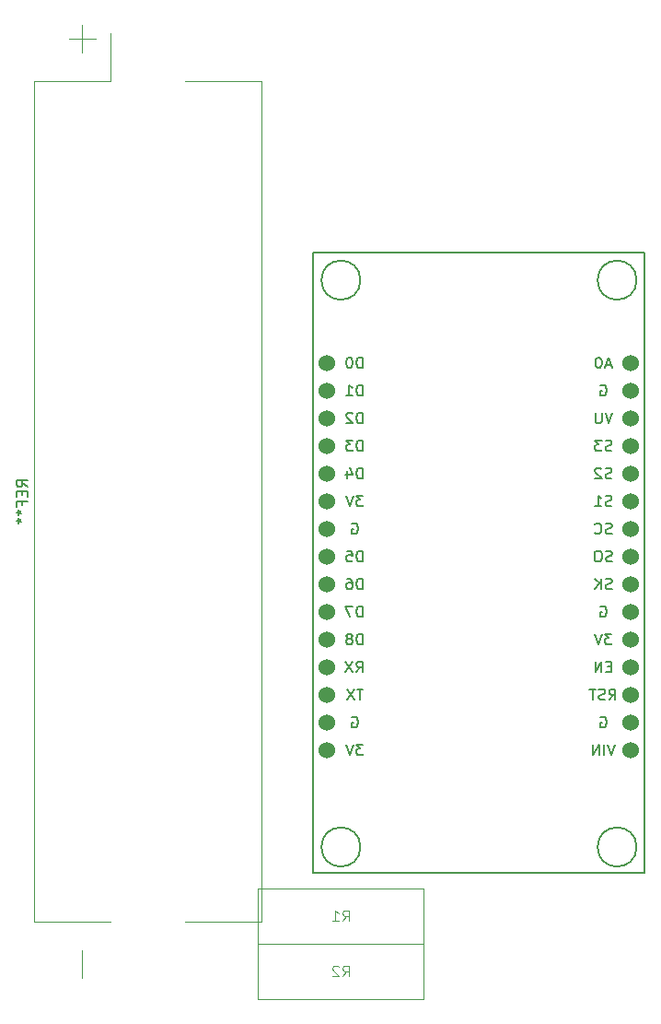
<source format=gbr>
%TF.GenerationSoftware,KiCad,Pcbnew,7.0.9+dfsg-1*%
%TF.CreationDate,2023-11-29T16:22:22+07:00*%
%TF.ProjectId,wifitools,77696669-746f-46f6-9c73-2e6b69636164,rev?*%
%TF.SameCoordinates,Original*%
%TF.FileFunction,Legend,Bot*%
%TF.FilePolarity,Positive*%
%FSLAX46Y46*%
G04 Gerber Fmt 4.6, Leading zero omitted, Abs format (unit mm)*
G04 Created by KiCad (PCBNEW 7.0.9+dfsg-1) date 2023-11-29 16:22:22*
%MOMM*%
%LPD*%
G01*
G04 APERTURE LIST*
%ADD10C,0.150000*%
%ADD11C,0.100000*%
%ADD12C,0.120000*%
%ADD13C,1.524000*%
G04 APERTURE END LIST*
D10*
X167155713Y-102007200D02*
X167012856Y-102054819D01*
X167012856Y-102054819D02*
X166774761Y-102054819D01*
X166774761Y-102054819D02*
X166679523Y-102007200D01*
X166679523Y-102007200D02*
X166631904Y-101959580D01*
X166631904Y-101959580D02*
X166584285Y-101864342D01*
X166584285Y-101864342D02*
X166584285Y-101769104D01*
X166584285Y-101769104D02*
X166631904Y-101673866D01*
X166631904Y-101673866D02*
X166679523Y-101626247D01*
X166679523Y-101626247D02*
X166774761Y-101578628D01*
X166774761Y-101578628D02*
X166965237Y-101531009D01*
X166965237Y-101531009D02*
X167060475Y-101483390D01*
X167060475Y-101483390D02*
X167108094Y-101435771D01*
X167108094Y-101435771D02*
X167155713Y-101340533D01*
X167155713Y-101340533D02*
X167155713Y-101245295D01*
X167155713Y-101245295D02*
X167108094Y-101150057D01*
X167108094Y-101150057D02*
X167060475Y-101102438D01*
X167060475Y-101102438D02*
X166965237Y-101054819D01*
X166965237Y-101054819D02*
X166727142Y-101054819D01*
X166727142Y-101054819D02*
X166584285Y-101102438D01*
X165584285Y-101959580D02*
X165631904Y-102007200D01*
X165631904Y-102007200D02*
X165774761Y-102054819D01*
X165774761Y-102054819D02*
X165869999Y-102054819D01*
X165869999Y-102054819D02*
X166012856Y-102007200D01*
X166012856Y-102007200D02*
X166108094Y-101911961D01*
X166108094Y-101911961D02*
X166155713Y-101816723D01*
X166155713Y-101816723D02*
X166203332Y-101626247D01*
X166203332Y-101626247D02*
X166203332Y-101483390D01*
X166203332Y-101483390D02*
X166155713Y-101292914D01*
X166155713Y-101292914D02*
X166108094Y-101197676D01*
X166108094Y-101197676D02*
X166012856Y-101102438D01*
X166012856Y-101102438D02*
X165869999Y-101054819D01*
X165869999Y-101054819D02*
X165774761Y-101054819D01*
X165774761Y-101054819D02*
X165631904Y-101102438D01*
X165631904Y-101102438D02*
X165584285Y-101150057D01*
X167227142Y-90894819D02*
X166893809Y-91894819D01*
X166893809Y-91894819D02*
X166560476Y-90894819D01*
X166227142Y-90894819D02*
X166227142Y-91704342D01*
X166227142Y-91704342D02*
X166179523Y-91799580D01*
X166179523Y-91799580D02*
X166131904Y-91847200D01*
X166131904Y-91847200D02*
X166036666Y-91894819D01*
X166036666Y-91894819D02*
X165846190Y-91894819D01*
X165846190Y-91894819D02*
X165750952Y-91847200D01*
X165750952Y-91847200D02*
X165703333Y-91799580D01*
X165703333Y-91799580D02*
X165655714Y-91704342D01*
X165655714Y-91704342D02*
X165655714Y-90894819D01*
X144248094Y-107134819D02*
X144248094Y-106134819D01*
X144248094Y-106134819D02*
X144009999Y-106134819D01*
X144009999Y-106134819D02*
X143867142Y-106182438D01*
X143867142Y-106182438D02*
X143771904Y-106277676D01*
X143771904Y-106277676D02*
X143724285Y-106372914D01*
X143724285Y-106372914D02*
X143676666Y-106563390D01*
X143676666Y-106563390D02*
X143676666Y-106706247D01*
X143676666Y-106706247D02*
X143724285Y-106896723D01*
X143724285Y-106896723D02*
X143771904Y-106991961D01*
X143771904Y-106991961D02*
X143867142Y-107087200D01*
X143867142Y-107087200D02*
X144009999Y-107134819D01*
X144009999Y-107134819D02*
X144248094Y-107134819D01*
X142819523Y-106134819D02*
X143009999Y-106134819D01*
X143009999Y-106134819D02*
X143105237Y-106182438D01*
X143105237Y-106182438D02*
X143152856Y-106230057D01*
X143152856Y-106230057D02*
X143248094Y-106372914D01*
X143248094Y-106372914D02*
X143295713Y-106563390D01*
X143295713Y-106563390D02*
X143295713Y-106944342D01*
X143295713Y-106944342D02*
X143248094Y-107039580D01*
X143248094Y-107039580D02*
X143200475Y-107087200D01*
X143200475Y-107087200D02*
X143105237Y-107134819D01*
X143105237Y-107134819D02*
X142914761Y-107134819D01*
X142914761Y-107134819D02*
X142819523Y-107087200D01*
X142819523Y-107087200D02*
X142771904Y-107039580D01*
X142771904Y-107039580D02*
X142724285Y-106944342D01*
X142724285Y-106944342D02*
X142724285Y-106706247D01*
X142724285Y-106706247D02*
X142771904Y-106611009D01*
X142771904Y-106611009D02*
X142819523Y-106563390D01*
X142819523Y-106563390D02*
X142914761Y-106515771D01*
X142914761Y-106515771D02*
X143105237Y-106515771D01*
X143105237Y-106515771D02*
X143200475Y-106563390D01*
X143200475Y-106563390D02*
X143248094Y-106611009D01*
X143248094Y-106611009D02*
X143295713Y-106706247D01*
X144248094Y-91894819D02*
X144248094Y-90894819D01*
X144248094Y-90894819D02*
X144009999Y-90894819D01*
X144009999Y-90894819D02*
X143867142Y-90942438D01*
X143867142Y-90942438D02*
X143771904Y-91037676D01*
X143771904Y-91037676D02*
X143724285Y-91132914D01*
X143724285Y-91132914D02*
X143676666Y-91323390D01*
X143676666Y-91323390D02*
X143676666Y-91466247D01*
X143676666Y-91466247D02*
X143724285Y-91656723D01*
X143724285Y-91656723D02*
X143771904Y-91751961D01*
X143771904Y-91751961D02*
X143867142Y-91847200D01*
X143867142Y-91847200D02*
X144009999Y-91894819D01*
X144009999Y-91894819D02*
X144248094Y-91894819D01*
X143295713Y-90990057D02*
X143248094Y-90942438D01*
X143248094Y-90942438D02*
X143152856Y-90894819D01*
X143152856Y-90894819D02*
X142914761Y-90894819D01*
X142914761Y-90894819D02*
X142819523Y-90942438D01*
X142819523Y-90942438D02*
X142771904Y-90990057D01*
X142771904Y-90990057D02*
X142724285Y-91085295D01*
X142724285Y-91085295D02*
X142724285Y-91180533D01*
X142724285Y-91180533D02*
X142771904Y-91323390D01*
X142771904Y-91323390D02*
X143343332Y-91894819D01*
X143343332Y-91894819D02*
X142724285Y-91894819D01*
X166108095Y-88402438D02*
X166203333Y-88354819D01*
X166203333Y-88354819D02*
X166346190Y-88354819D01*
X166346190Y-88354819D02*
X166489047Y-88402438D01*
X166489047Y-88402438D02*
X166584285Y-88497676D01*
X166584285Y-88497676D02*
X166631904Y-88592914D01*
X166631904Y-88592914D02*
X166679523Y-88783390D01*
X166679523Y-88783390D02*
X166679523Y-88926247D01*
X166679523Y-88926247D02*
X166631904Y-89116723D01*
X166631904Y-89116723D02*
X166584285Y-89211961D01*
X166584285Y-89211961D02*
X166489047Y-89307200D01*
X166489047Y-89307200D02*
X166346190Y-89354819D01*
X166346190Y-89354819D02*
X166250952Y-89354819D01*
X166250952Y-89354819D02*
X166108095Y-89307200D01*
X166108095Y-89307200D02*
X166060476Y-89259580D01*
X166060476Y-89259580D02*
X166060476Y-88926247D01*
X166060476Y-88926247D02*
X166250952Y-88926247D01*
X167179523Y-104547200D02*
X167036666Y-104594819D01*
X167036666Y-104594819D02*
X166798571Y-104594819D01*
X166798571Y-104594819D02*
X166703333Y-104547200D01*
X166703333Y-104547200D02*
X166655714Y-104499580D01*
X166655714Y-104499580D02*
X166608095Y-104404342D01*
X166608095Y-104404342D02*
X166608095Y-104309104D01*
X166608095Y-104309104D02*
X166655714Y-104213866D01*
X166655714Y-104213866D02*
X166703333Y-104166247D01*
X166703333Y-104166247D02*
X166798571Y-104118628D01*
X166798571Y-104118628D02*
X166989047Y-104071009D01*
X166989047Y-104071009D02*
X167084285Y-104023390D01*
X167084285Y-104023390D02*
X167131904Y-103975771D01*
X167131904Y-103975771D02*
X167179523Y-103880533D01*
X167179523Y-103880533D02*
X167179523Y-103785295D01*
X167179523Y-103785295D02*
X167131904Y-103690057D01*
X167131904Y-103690057D02*
X167084285Y-103642438D01*
X167084285Y-103642438D02*
X166989047Y-103594819D01*
X166989047Y-103594819D02*
X166750952Y-103594819D01*
X166750952Y-103594819D02*
X166608095Y-103642438D01*
X165989047Y-103594819D02*
X165798571Y-103594819D01*
X165798571Y-103594819D02*
X165703333Y-103642438D01*
X165703333Y-103642438D02*
X165608095Y-103737676D01*
X165608095Y-103737676D02*
X165560476Y-103928152D01*
X165560476Y-103928152D02*
X165560476Y-104261485D01*
X165560476Y-104261485D02*
X165608095Y-104451961D01*
X165608095Y-104451961D02*
X165703333Y-104547200D01*
X165703333Y-104547200D02*
X165798571Y-104594819D01*
X165798571Y-104594819D02*
X165989047Y-104594819D01*
X165989047Y-104594819D02*
X166084285Y-104547200D01*
X166084285Y-104547200D02*
X166179523Y-104451961D01*
X166179523Y-104451961D02*
X166227142Y-104261485D01*
X166227142Y-104261485D02*
X166227142Y-103928152D01*
X166227142Y-103928152D02*
X166179523Y-103737676D01*
X166179523Y-103737676D02*
X166084285Y-103642438D01*
X166084285Y-103642438D02*
X165989047Y-103594819D01*
X144248094Y-112214819D02*
X144248094Y-111214819D01*
X144248094Y-111214819D02*
X144009999Y-111214819D01*
X144009999Y-111214819D02*
X143867142Y-111262438D01*
X143867142Y-111262438D02*
X143771904Y-111357676D01*
X143771904Y-111357676D02*
X143724285Y-111452914D01*
X143724285Y-111452914D02*
X143676666Y-111643390D01*
X143676666Y-111643390D02*
X143676666Y-111786247D01*
X143676666Y-111786247D02*
X143724285Y-111976723D01*
X143724285Y-111976723D02*
X143771904Y-112071961D01*
X143771904Y-112071961D02*
X143867142Y-112167200D01*
X143867142Y-112167200D02*
X144009999Y-112214819D01*
X144009999Y-112214819D02*
X144248094Y-112214819D01*
X143105237Y-111643390D02*
X143200475Y-111595771D01*
X143200475Y-111595771D02*
X143248094Y-111548152D01*
X143248094Y-111548152D02*
X143295713Y-111452914D01*
X143295713Y-111452914D02*
X143295713Y-111405295D01*
X143295713Y-111405295D02*
X143248094Y-111310057D01*
X143248094Y-111310057D02*
X143200475Y-111262438D01*
X143200475Y-111262438D02*
X143105237Y-111214819D01*
X143105237Y-111214819D02*
X142914761Y-111214819D01*
X142914761Y-111214819D02*
X142819523Y-111262438D01*
X142819523Y-111262438D02*
X142771904Y-111310057D01*
X142771904Y-111310057D02*
X142724285Y-111405295D01*
X142724285Y-111405295D02*
X142724285Y-111452914D01*
X142724285Y-111452914D02*
X142771904Y-111548152D01*
X142771904Y-111548152D02*
X142819523Y-111595771D01*
X142819523Y-111595771D02*
X142914761Y-111643390D01*
X142914761Y-111643390D02*
X143105237Y-111643390D01*
X143105237Y-111643390D02*
X143200475Y-111691009D01*
X143200475Y-111691009D02*
X143248094Y-111738628D01*
X143248094Y-111738628D02*
X143295713Y-111833866D01*
X143295713Y-111833866D02*
X143295713Y-112024342D01*
X143295713Y-112024342D02*
X143248094Y-112119580D01*
X143248094Y-112119580D02*
X143200475Y-112167200D01*
X143200475Y-112167200D02*
X143105237Y-112214819D01*
X143105237Y-112214819D02*
X142914761Y-112214819D01*
X142914761Y-112214819D02*
X142819523Y-112167200D01*
X142819523Y-112167200D02*
X142771904Y-112119580D01*
X142771904Y-112119580D02*
X142724285Y-112024342D01*
X142724285Y-112024342D02*
X142724285Y-111833866D01*
X142724285Y-111833866D02*
X142771904Y-111738628D01*
X142771904Y-111738628D02*
X142819523Y-111691009D01*
X142819523Y-111691009D02*
X142914761Y-111643390D01*
X144248094Y-109674819D02*
X144248094Y-108674819D01*
X144248094Y-108674819D02*
X144009999Y-108674819D01*
X144009999Y-108674819D02*
X143867142Y-108722438D01*
X143867142Y-108722438D02*
X143771904Y-108817676D01*
X143771904Y-108817676D02*
X143724285Y-108912914D01*
X143724285Y-108912914D02*
X143676666Y-109103390D01*
X143676666Y-109103390D02*
X143676666Y-109246247D01*
X143676666Y-109246247D02*
X143724285Y-109436723D01*
X143724285Y-109436723D02*
X143771904Y-109531961D01*
X143771904Y-109531961D02*
X143867142Y-109627200D01*
X143867142Y-109627200D02*
X144009999Y-109674819D01*
X144009999Y-109674819D02*
X144248094Y-109674819D01*
X143343332Y-108674819D02*
X142676666Y-108674819D01*
X142676666Y-108674819D02*
X143105237Y-109674819D01*
X167155713Y-107087200D02*
X167012856Y-107134819D01*
X167012856Y-107134819D02*
X166774761Y-107134819D01*
X166774761Y-107134819D02*
X166679523Y-107087200D01*
X166679523Y-107087200D02*
X166631904Y-107039580D01*
X166631904Y-107039580D02*
X166584285Y-106944342D01*
X166584285Y-106944342D02*
X166584285Y-106849104D01*
X166584285Y-106849104D02*
X166631904Y-106753866D01*
X166631904Y-106753866D02*
X166679523Y-106706247D01*
X166679523Y-106706247D02*
X166774761Y-106658628D01*
X166774761Y-106658628D02*
X166965237Y-106611009D01*
X166965237Y-106611009D02*
X167060475Y-106563390D01*
X167060475Y-106563390D02*
X167108094Y-106515771D01*
X167108094Y-106515771D02*
X167155713Y-106420533D01*
X167155713Y-106420533D02*
X167155713Y-106325295D01*
X167155713Y-106325295D02*
X167108094Y-106230057D01*
X167108094Y-106230057D02*
X167060475Y-106182438D01*
X167060475Y-106182438D02*
X166965237Y-106134819D01*
X166965237Y-106134819D02*
X166727142Y-106134819D01*
X166727142Y-106134819D02*
X166584285Y-106182438D01*
X166155713Y-107134819D02*
X166155713Y-106134819D01*
X165584285Y-107134819D02*
X166012856Y-106563390D01*
X165584285Y-106134819D02*
X166155713Y-106706247D01*
X144248094Y-96974819D02*
X144248094Y-95974819D01*
X144248094Y-95974819D02*
X144009999Y-95974819D01*
X144009999Y-95974819D02*
X143867142Y-96022438D01*
X143867142Y-96022438D02*
X143771904Y-96117676D01*
X143771904Y-96117676D02*
X143724285Y-96212914D01*
X143724285Y-96212914D02*
X143676666Y-96403390D01*
X143676666Y-96403390D02*
X143676666Y-96546247D01*
X143676666Y-96546247D02*
X143724285Y-96736723D01*
X143724285Y-96736723D02*
X143771904Y-96831961D01*
X143771904Y-96831961D02*
X143867142Y-96927200D01*
X143867142Y-96927200D02*
X144009999Y-96974819D01*
X144009999Y-96974819D02*
X144248094Y-96974819D01*
X142819523Y-96308152D02*
X142819523Y-96974819D01*
X143057618Y-95927200D02*
X143295713Y-96641485D01*
X143295713Y-96641485D02*
X142676666Y-96641485D01*
X144248094Y-104594819D02*
X144248094Y-103594819D01*
X144248094Y-103594819D02*
X144009999Y-103594819D01*
X144009999Y-103594819D02*
X143867142Y-103642438D01*
X143867142Y-103642438D02*
X143771904Y-103737676D01*
X143771904Y-103737676D02*
X143724285Y-103832914D01*
X143724285Y-103832914D02*
X143676666Y-104023390D01*
X143676666Y-104023390D02*
X143676666Y-104166247D01*
X143676666Y-104166247D02*
X143724285Y-104356723D01*
X143724285Y-104356723D02*
X143771904Y-104451961D01*
X143771904Y-104451961D02*
X143867142Y-104547200D01*
X143867142Y-104547200D02*
X144009999Y-104594819D01*
X144009999Y-104594819D02*
X144248094Y-104594819D01*
X142771904Y-103594819D02*
X143248094Y-103594819D01*
X143248094Y-103594819D02*
X143295713Y-104071009D01*
X143295713Y-104071009D02*
X143248094Y-104023390D01*
X143248094Y-104023390D02*
X143152856Y-103975771D01*
X143152856Y-103975771D02*
X142914761Y-103975771D01*
X142914761Y-103975771D02*
X142819523Y-104023390D01*
X142819523Y-104023390D02*
X142771904Y-104071009D01*
X142771904Y-104071009D02*
X142724285Y-104166247D01*
X142724285Y-104166247D02*
X142724285Y-104404342D01*
X142724285Y-104404342D02*
X142771904Y-104499580D01*
X142771904Y-104499580D02*
X142819523Y-104547200D01*
X142819523Y-104547200D02*
X142914761Y-104594819D01*
X142914761Y-104594819D02*
X143152856Y-104594819D01*
X143152856Y-104594819D02*
X143248094Y-104547200D01*
X143248094Y-104547200D02*
X143295713Y-104499580D01*
X144271904Y-116294819D02*
X143700476Y-116294819D01*
X143986190Y-117294819D02*
X143986190Y-116294819D01*
X143462380Y-116294819D02*
X142795714Y-117294819D01*
X142795714Y-116294819D02*
X143462380Y-117294819D01*
X144271904Y-98514819D02*
X143652857Y-98514819D01*
X143652857Y-98514819D02*
X143986190Y-98895771D01*
X143986190Y-98895771D02*
X143843333Y-98895771D01*
X143843333Y-98895771D02*
X143748095Y-98943390D01*
X143748095Y-98943390D02*
X143700476Y-98991009D01*
X143700476Y-98991009D02*
X143652857Y-99086247D01*
X143652857Y-99086247D02*
X143652857Y-99324342D01*
X143652857Y-99324342D02*
X143700476Y-99419580D01*
X143700476Y-99419580D02*
X143748095Y-99467200D01*
X143748095Y-99467200D02*
X143843333Y-99514819D01*
X143843333Y-99514819D02*
X144129047Y-99514819D01*
X144129047Y-99514819D02*
X144224285Y-99467200D01*
X144224285Y-99467200D02*
X144271904Y-99419580D01*
X143367142Y-98514819D02*
X143033809Y-99514819D01*
X143033809Y-99514819D02*
X142700476Y-98514819D01*
X144248094Y-94434819D02*
X144248094Y-93434819D01*
X144248094Y-93434819D02*
X144009999Y-93434819D01*
X144009999Y-93434819D02*
X143867142Y-93482438D01*
X143867142Y-93482438D02*
X143771904Y-93577676D01*
X143771904Y-93577676D02*
X143724285Y-93672914D01*
X143724285Y-93672914D02*
X143676666Y-93863390D01*
X143676666Y-93863390D02*
X143676666Y-94006247D01*
X143676666Y-94006247D02*
X143724285Y-94196723D01*
X143724285Y-94196723D02*
X143771904Y-94291961D01*
X143771904Y-94291961D02*
X143867142Y-94387200D01*
X143867142Y-94387200D02*
X144009999Y-94434819D01*
X144009999Y-94434819D02*
X144248094Y-94434819D01*
X143343332Y-93434819D02*
X142724285Y-93434819D01*
X142724285Y-93434819D02*
X143057618Y-93815771D01*
X143057618Y-93815771D02*
X142914761Y-93815771D01*
X142914761Y-93815771D02*
X142819523Y-93863390D01*
X142819523Y-93863390D02*
X142771904Y-93911009D01*
X142771904Y-93911009D02*
X142724285Y-94006247D01*
X142724285Y-94006247D02*
X142724285Y-94244342D01*
X142724285Y-94244342D02*
X142771904Y-94339580D01*
X142771904Y-94339580D02*
X142819523Y-94387200D01*
X142819523Y-94387200D02*
X142914761Y-94434819D01*
X142914761Y-94434819D02*
X143200475Y-94434819D01*
X143200475Y-94434819D02*
X143295713Y-94387200D01*
X143295713Y-94387200D02*
X143343332Y-94339580D01*
X167131904Y-111214819D02*
X166512857Y-111214819D01*
X166512857Y-111214819D02*
X166846190Y-111595771D01*
X166846190Y-111595771D02*
X166703333Y-111595771D01*
X166703333Y-111595771D02*
X166608095Y-111643390D01*
X166608095Y-111643390D02*
X166560476Y-111691009D01*
X166560476Y-111691009D02*
X166512857Y-111786247D01*
X166512857Y-111786247D02*
X166512857Y-112024342D01*
X166512857Y-112024342D02*
X166560476Y-112119580D01*
X166560476Y-112119580D02*
X166608095Y-112167200D01*
X166608095Y-112167200D02*
X166703333Y-112214819D01*
X166703333Y-112214819D02*
X166989047Y-112214819D01*
X166989047Y-112214819D02*
X167084285Y-112167200D01*
X167084285Y-112167200D02*
X167131904Y-112119580D01*
X166227142Y-111214819D02*
X165893809Y-112214819D01*
X165893809Y-112214819D02*
X165560476Y-111214819D01*
X167084285Y-86529104D02*
X166608095Y-86529104D01*
X167179523Y-86814819D02*
X166846190Y-85814819D01*
X166846190Y-85814819D02*
X166512857Y-86814819D01*
X165989047Y-85814819D02*
X165893809Y-85814819D01*
X165893809Y-85814819D02*
X165798571Y-85862438D01*
X165798571Y-85862438D02*
X165750952Y-85910057D01*
X165750952Y-85910057D02*
X165703333Y-86005295D01*
X165703333Y-86005295D02*
X165655714Y-86195771D01*
X165655714Y-86195771D02*
X165655714Y-86433866D01*
X165655714Y-86433866D02*
X165703333Y-86624342D01*
X165703333Y-86624342D02*
X165750952Y-86719580D01*
X165750952Y-86719580D02*
X165798571Y-86767200D01*
X165798571Y-86767200D02*
X165893809Y-86814819D01*
X165893809Y-86814819D02*
X165989047Y-86814819D01*
X165989047Y-86814819D02*
X166084285Y-86767200D01*
X166084285Y-86767200D02*
X166131904Y-86719580D01*
X166131904Y-86719580D02*
X166179523Y-86624342D01*
X166179523Y-86624342D02*
X166227142Y-86433866D01*
X166227142Y-86433866D02*
X166227142Y-86195771D01*
X166227142Y-86195771D02*
X166179523Y-86005295D01*
X166179523Y-86005295D02*
X166131904Y-85910057D01*
X166131904Y-85910057D02*
X166084285Y-85862438D01*
X166084285Y-85862438D02*
X165989047Y-85814819D01*
X143248095Y-101102438D02*
X143343333Y-101054819D01*
X143343333Y-101054819D02*
X143486190Y-101054819D01*
X143486190Y-101054819D02*
X143629047Y-101102438D01*
X143629047Y-101102438D02*
X143724285Y-101197676D01*
X143724285Y-101197676D02*
X143771904Y-101292914D01*
X143771904Y-101292914D02*
X143819523Y-101483390D01*
X143819523Y-101483390D02*
X143819523Y-101626247D01*
X143819523Y-101626247D02*
X143771904Y-101816723D01*
X143771904Y-101816723D02*
X143724285Y-101911961D01*
X143724285Y-101911961D02*
X143629047Y-102007200D01*
X143629047Y-102007200D02*
X143486190Y-102054819D01*
X143486190Y-102054819D02*
X143390952Y-102054819D01*
X143390952Y-102054819D02*
X143248095Y-102007200D01*
X143248095Y-102007200D02*
X143200476Y-101959580D01*
X143200476Y-101959580D02*
X143200476Y-101626247D01*
X143200476Y-101626247D02*
X143390952Y-101626247D01*
X144248094Y-86814819D02*
X144248094Y-85814819D01*
X144248094Y-85814819D02*
X144009999Y-85814819D01*
X144009999Y-85814819D02*
X143867142Y-85862438D01*
X143867142Y-85862438D02*
X143771904Y-85957676D01*
X143771904Y-85957676D02*
X143724285Y-86052914D01*
X143724285Y-86052914D02*
X143676666Y-86243390D01*
X143676666Y-86243390D02*
X143676666Y-86386247D01*
X143676666Y-86386247D02*
X143724285Y-86576723D01*
X143724285Y-86576723D02*
X143771904Y-86671961D01*
X143771904Y-86671961D02*
X143867142Y-86767200D01*
X143867142Y-86767200D02*
X144009999Y-86814819D01*
X144009999Y-86814819D02*
X144248094Y-86814819D01*
X143057618Y-85814819D02*
X142962380Y-85814819D01*
X142962380Y-85814819D02*
X142867142Y-85862438D01*
X142867142Y-85862438D02*
X142819523Y-85910057D01*
X142819523Y-85910057D02*
X142771904Y-86005295D01*
X142771904Y-86005295D02*
X142724285Y-86195771D01*
X142724285Y-86195771D02*
X142724285Y-86433866D01*
X142724285Y-86433866D02*
X142771904Y-86624342D01*
X142771904Y-86624342D02*
X142819523Y-86719580D01*
X142819523Y-86719580D02*
X142867142Y-86767200D01*
X142867142Y-86767200D02*
X142962380Y-86814819D01*
X142962380Y-86814819D02*
X143057618Y-86814819D01*
X143057618Y-86814819D02*
X143152856Y-86767200D01*
X143152856Y-86767200D02*
X143200475Y-86719580D01*
X143200475Y-86719580D02*
X143248094Y-86624342D01*
X143248094Y-86624342D02*
X143295713Y-86433866D01*
X143295713Y-86433866D02*
X143295713Y-86195771D01*
X143295713Y-86195771D02*
X143248094Y-86005295D01*
X143248094Y-86005295D02*
X143200475Y-85910057D01*
X143200475Y-85910057D02*
X143152856Y-85862438D01*
X143152856Y-85862438D02*
X143057618Y-85814819D01*
X166108095Y-108722438D02*
X166203333Y-108674819D01*
X166203333Y-108674819D02*
X166346190Y-108674819D01*
X166346190Y-108674819D02*
X166489047Y-108722438D01*
X166489047Y-108722438D02*
X166584285Y-108817676D01*
X166584285Y-108817676D02*
X166631904Y-108912914D01*
X166631904Y-108912914D02*
X166679523Y-109103390D01*
X166679523Y-109103390D02*
X166679523Y-109246247D01*
X166679523Y-109246247D02*
X166631904Y-109436723D01*
X166631904Y-109436723D02*
X166584285Y-109531961D01*
X166584285Y-109531961D02*
X166489047Y-109627200D01*
X166489047Y-109627200D02*
X166346190Y-109674819D01*
X166346190Y-109674819D02*
X166250952Y-109674819D01*
X166250952Y-109674819D02*
X166108095Y-109627200D01*
X166108095Y-109627200D02*
X166060476Y-109579580D01*
X166060476Y-109579580D02*
X166060476Y-109246247D01*
X166060476Y-109246247D02*
X166250952Y-109246247D01*
X167131904Y-96927200D02*
X166989047Y-96974819D01*
X166989047Y-96974819D02*
X166750952Y-96974819D01*
X166750952Y-96974819D02*
X166655714Y-96927200D01*
X166655714Y-96927200D02*
X166608095Y-96879580D01*
X166608095Y-96879580D02*
X166560476Y-96784342D01*
X166560476Y-96784342D02*
X166560476Y-96689104D01*
X166560476Y-96689104D02*
X166608095Y-96593866D01*
X166608095Y-96593866D02*
X166655714Y-96546247D01*
X166655714Y-96546247D02*
X166750952Y-96498628D01*
X166750952Y-96498628D02*
X166941428Y-96451009D01*
X166941428Y-96451009D02*
X167036666Y-96403390D01*
X167036666Y-96403390D02*
X167084285Y-96355771D01*
X167084285Y-96355771D02*
X167131904Y-96260533D01*
X167131904Y-96260533D02*
X167131904Y-96165295D01*
X167131904Y-96165295D02*
X167084285Y-96070057D01*
X167084285Y-96070057D02*
X167036666Y-96022438D01*
X167036666Y-96022438D02*
X166941428Y-95974819D01*
X166941428Y-95974819D02*
X166703333Y-95974819D01*
X166703333Y-95974819D02*
X166560476Y-96022438D01*
X166179523Y-96070057D02*
X166131904Y-96022438D01*
X166131904Y-96022438D02*
X166036666Y-95974819D01*
X166036666Y-95974819D02*
X165798571Y-95974819D01*
X165798571Y-95974819D02*
X165703333Y-96022438D01*
X165703333Y-96022438D02*
X165655714Y-96070057D01*
X165655714Y-96070057D02*
X165608095Y-96165295D01*
X165608095Y-96165295D02*
X165608095Y-96260533D01*
X165608095Y-96260533D02*
X165655714Y-96403390D01*
X165655714Y-96403390D02*
X166227142Y-96974819D01*
X166227142Y-96974819D02*
X165608095Y-96974819D01*
X166917619Y-117294819D02*
X167250952Y-116818628D01*
X167489047Y-117294819D02*
X167489047Y-116294819D01*
X167489047Y-116294819D02*
X167108095Y-116294819D01*
X167108095Y-116294819D02*
X167012857Y-116342438D01*
X167012857Y-116342438D02*
X166965238Y-116390057D01*
X166965238Y-116390057D02*
X166917619Y-116485295D01*
X166917619Y-116485295D02*
X166917619Y-116628152D01*
X166917619Y-116628152D02*
X166965238Y-116723390D01*
X166965238Y-116723390D02*
X167012857Y-116771009D01*
X167012857Y-116771009D02*
X167108095Y-116818628D01*
X167108095Y-116818628D02*
X167489047Y-116818628D01*
X166536666Y-117247200D02*
X166393809Y-117294819D01*
X166393809Y-117294819D02*
X166155714Y-117294819D01*
X166155714Y-117294819D02*
X166060476Y-117247200D01*
X166060476Y-117247200D02*
X166012857Y-117199580D01*
X166012857Y-117199580D02*
X165965238Y-117104342D01*
X165965238Y-117104342D02*
X165965238Y-117009104D01*
X165965238Y-117009104D02*
X166012857Y-116913866D01*
X166012857Y-116913866D02*
X166060476Y-116866247D01*
X166060476Y-116866247D02*
X166155714Y-116818628D01*
X166155714Y-116818628D02*
X166346190Y-116771009D01*
X166346190Y-116771009D02*
X166441428Y-116723390D01*
X166441428Y-116723390D02*
X166489047Y-116675771D01*
X166489047Y-116675771D02*
X166536666Y-116580533D01*
X166536666Y-116580533D02*
X166536666Y-116485295D01*
X166536666Y-116485295D02*
X166489047Y-116390057D01*
X166489047Y-116390057D02*
X166441428Y-116342438D01*
X166441428Y-116342438D02*
X166346190Y-116294819D01*
X166346190Y-116294819D02*
X166108095Y-116294819D01*
X166108095Y-116294819D02*
X165965238Y-116342438D01*
X165679523Y-116294819D02*
X165108095Y-116294819D01*
X165393809Y-117294819D02*
X165393809Y-116294819D01*
X143248095Y-118882438D02*
X143343333Y-118834819D01*
X143343333Y-118834819D02*
X143486190Y-118834819D01*
X143486190Y-118834819D02*
X143629047Y-118882438D01*
X143629047Y-118882438D02*
X143724285Y-118977676D01*
X143724285Y-118977676D02*
X143771904Y-119072914D01*
X143771904Y-119072914D02*
X143819523Y-119263390D01*
X143819523Y-119263390D02*
X143819523Y-119406247D01*
X143819523Y-119406247D02*
X143771904Y-119596723D01*
X143771904Y-119596723D02*
X143724285Y-119691961D01*
X143724285Y-119691961D02*
X143629047Y-119787200D01*
X143629047Y-119787200D02*
X143486190Y-119834819D01*
X143486190Y-119834819D02*
X143390952Y-119834819D01*
X143390952Y-119834819D02*
X143248095Y-119787200D01*
X143248095Y-119787200D02*
X143200476Y-119739580D01*
X143200476Y-119739580D02*
X143200476Y-119406247D01*
X143200476Y-119406247D02*
X143390952Y-119406247D01*
X167131904Y-94387200D02*
X166989047Y-94434819D01*
X166989047Y-94434819D02*
X166750952Y-94434819D01*
X166750952Y-94434819D02*
X166655714Y-94387200D01*
X166655714Y-94387200D02*
X166608095Y-94339580D01*
X166608095Y-94339580D02*
X166560476Y-94244342D01*
X166560476Y-94244342D02*
X166560476Y-94149104D01*
X166560476Y-94149104D02*
X166608095Y-94053866D01*
X166608095Y-94053866D02*
X166655714Y-94006247D01*
X166655714Y-94006247D02*
X166750952Y-93958628D01*
X166750952Y-93958628D02*
X166941428Y-93911009D01*
X166941428Y-93911009D02*
X167036666Y-93863390D01*
X167036666Y-93863390D02*
X167084285Y-93815771D01*
X167084285Y-93815771D02*
X167131904Y-93720533D01*
X167131904Y-93720533D02*
X167131904Y-93625295D01*
X167131904Y-93625295D02*
X167084285Y-93530057D01*
X167084285Y-93530057D02*
X167036666Y-93482438D01*
X167036666Y-93482438D02*
X166941428Y-93434819D01*
X166941428Y-93434819D02*
X166703333Y-93434819D01*
X166703333Y-93434819D02*
X166560476Y-93482438D01*
X166227142Y-93434819D02*
X165608095Y-93434819D01*
X165608095Y-93434819D02*
X165941428Y-93815771D01*
X165941428Y-93815771D02*
X165798571Y-93815771D01*
X165798571Y-93815771D02*
X165703333Y-93863390D01*
X165703333Y-93863390D02*
X165655714Y-93911009D01*
X165655714Y-93911009D02*
X165608095Y-94006247D01*
X165608095Y-94006247D02*
X165608095Y-94244342D01*
X165608095Y-94244342D02*
X165655714Y-94339580D01*
X165655714Y-94339580D02*
X165703333Y-94387200D01*
X165703333Y-94387200D02*
X165798571Y-94434819D01*
X165798571Y-94434819D02*
X166084285Y-94434819D01*
X166084285Y-94434819D02*
X166179523Y-94387200D01*
X166179523Y-94387200D02*
X166227142Y-94339580D01*
X144271904Y-121374819D02*
X143652857Y-121374819D01*
X143652857Y-121374819D02*
X143986190Y-121755771D01*
X143986190Y-121755771D02*
X143843333Y-121755771D01*
X143843333Y-121755771D02*
X143748095Y-121803390D01*
X143748095Y-121803390D02*
X143700476Y-121851009D01*
X143700476Y-121851009D02*
X143652857Y-121946247D01*
X143652857Y-121946247D02*
X143652857Y-122184342D01*
X143652857Y-122184342D02*
X143700476Y-122279580D01*
X143700476Y-122279580D02*
X143748095Y-122327200D01*
X143748095Y-122327200D02*
X143843333Y-122374819D01*
X143843333Y-122374819D02*
X144129047Y-122374819D01*
X144129047Y-122374819D02*
X144224285Y-122327200D01*
X144224285Y-122327200D02*
X144271904Y-122279580D01*
X143367142Y-121374819D02*
X143033809Y-122374819D01*
X143033809Y-122374819D02*
X142700476Y-121374819D01*
X166108095Y-118882438D02*
X166203333Y-118834819D01*
X166203333Y-118834819D02*
X166346190Y-118834819D01*
X166346190Y-118834819D02*
X166489047Y-118882438D01*
X166489047Y-118882438D02*
X166584285Y-118977676D01*
X166584285Y-118977676D02*
X166631904Y-119072914D01*
X166631904Y-119072914D02*
X166679523Y-119263390D01*
X166679523Y-119263390D02*
X166679523Y-119406247D01*
X166679523Y-119406247D02*
X166631904Y-119596723D01*
X166631904Y-119596723D02*
X166584285Y-119691961D01*
X166584285Y-119691961D02*
X166489047Y-119787200D01*
X166489047Y-119787200D02*
X166346190Y-119834819D01*
X166346190Y-119834819D02*
X166250952Y-119834819D01*
X166250952Y-119834819D02*
X166108095Y-119787200D01*
X166108095Y-119787200D02*
X166060476Y-119739580D01*
X166060476Y-119739580D02*
X166060476Y-119406247D01*
X166060476Y-119406247D02*
X166250952Y-119406247D01*
X167108094Y-114231009D02*
X166774761Y-114231009D01*
X166631904Y-114754819D02*
X167108094Y-114754819D01*
X167108094Y-114754819D02*
X167108094Y-113754819D01*
X167108094Y-113754819D02*
X166631904Y-113754819D01*
X166203332Y-114754819D02*
X166203332Y-113754819D01*
X166203332Y-113754819D02*
X165631904Y-114754819D01*
X165631904Y-114754819D02*
X165631904Y-113754819D01*
X167465237Y-121374819D02*
X167131904Y-122374819D01*
X167131904Y-122374819D02*
X166798571Y-121374819D01*
X166465237Y-122374819D02*
X166465237Y-121374819D01*
X165989047Y-122374819D02*
X165989047Y-121374819D01*
X165989047Y-121374819D02*
X165417619Y-122374819D01*
X165417619Y-122374819D02*
X165417619Y-121374819D01*
X144248094Y-89354819D02*
X144248094Y-88354819D01*
X144248094Y-88354819D02*
X144009999Y-88354819D01*
X144009999Y-88354819D02*
X143867142Y-88402438D01*
X143867142Y-88402438D02*
X143771904Y-88497676D01*
X143771904Y-88497676D02*
X143724285Y-88592914D01*
X143724285Y-88592914D02*
X143676666Y-88783390D01*
X143676666Y-88783390D02*
X143676666Y-88926247D01*
X143676666Y-88926247D02*
X143724285Y-89116723D01*
X143724285Y-89116723D02*
X143771904Y-89211961D01*
X143771904Y-89211961D02*
X143867142Y-89307200D01*
X143867142Y-89307200D02*
X144009999Y-89354819D01*
X144009999Y-89354819D02*
X144248094Y-89354819D01*
X142724285Y-89354819D02*
X143295713Y-89354819D01*
X143009999Y-89354819D02*
X143009999Y-88354819D01*
X143009999Y-88354819D02*
X143105237Y-88497676D01*
X143105237Y-88497676D02*
X143200475Y-88592914D01*
X143200475Y-88592914D02*
X143295713Y-88640533D01*
X167131904Y-99467200D02*
X166989047Y-99514819D01*
X166989047Y-99514819D02*
X166750952Y-99514819D01*
X166750952Y-99514819D02*
X166655714Y-99467200D01*
X166655714Y-99467200D02*
X166608095Y-99419580D01*
X166608095Y-99419580D02*
X166560476Y-99324342D01*
X166560476Y-99324342D02*
X166560476Y-99229104D01*
X166560476Y-99229104D02*
X166608095Y-99133866D01*
X166608095Y-99133866D02*
X166655714Y-99086247D01*
X166655714Y-99086247D02*
X166750952Y-99038628D01*
X166750952Y-99038628D02*
X166941428Y-98991009D01*
X166941428Y-98991009D02*
X167036666Y-98943390D01*
X167036666Y-98943390D02*
X167084285Y-98895771D01*
X167084285Y-98895771D02*
X167131904Y-98800533D01*
X167131904Y-98800533D02*
X167131904Y-98705295D01*
X167131904Y-98705295D02*
X167084285Y-98610057D01*
X167084285Y-98610057D02*
X167036666Y-98562438D01*
X167036666Y-98562438D02*
X166941428Y-98514819D01*
X166941428Y-98514819D02*
X166703333Y-98514819D01*
X166703333Y-98514819D02*
X166560476Y-98562438D01*
X165608095Y-99514819D02*
X166179523Y-99514819D01*
X165893809Y-99514819D02*
X165893809Y-98514819D01*
X165893809Y-98514819D02*
X165989047Y-98657676D01*
X165989047Y-98657676D02*
X166084285Y-98752914D01*
X166084285Y-98752914D02*
X166179523Y-98800533D01*
X143676666Y-114754819D02*
X144009999Y-114278628D01*
X144248094Y-114754819D02*
X144248094Y-113754819D01*
X144248094Y-113754819D02*
X143867142Y-113754819D01*
X143867142Y-113754819D02*
X143771904Y-113802438D01*
X143771904Y-113802438D02*
X143724285Y-113850057D01*
X143724285Y-113850057D02*
X143676666Y-113945295D01*
X143676666Y-113945295D02*
X143676666Y-114088152D01*
X143676666Y-114088152D02*
X143724285Y-114183390D01*
X143724285Y-114183390D02*
X143771904Y-114231009D01*
X143771904Y-114231009D02*
X143867142Y-114278628D01*
X143867142Y-114278628D02*
X144248094Y-114278628D01*
X143343332Y-113754819D02*
X142676666Y-114754819D01*
X142676666Y-113754819D02*
X143343332Y-114754819D01*
D11*
X142406666Y-137617419D02*
X142739999Y-137141228D01*
X142978094Y-137617419D02*
X142978094Y-136617419D01*
X142978094Y-136617419D02*
X142597142Y-136617419D01*
X142597142Y-136617419D02*
X142501904Y-136665038D01*
X142501904Y-136665038D02*
X142454285Y-136712657D01*
X142454285Y-136712657D02*
X142406666Y-136807895D01*
X142406666Y-136807895D02*
X142406666Y-136950752D01*
X142406666Y-136950752D02*
X142454285Y-137045990D01*
X142454285Y-137045990D02*
X142501904Y-137093609D01*
X142501904Y-137093609D02*
X142597142Y-137141228D01*
X142597142Y-137141228D02*
X142978094Y-137141228D01*
X141454285Y-137617419D02*
X142025713Y-137617419D01*
X141739999Y-137617419D02*
X141739999Y-136617419D01*
X141739999Y-136617419D02*
X141835237Y-136760276D01*
X141835237Y-136760276D02*
X141930475Y-136855514D01*
X141930475Y-136855514D02*
X142025713Y-136903133D01*
D10*
X113414819Y-97726666D02*
X112938628Y-97393333D01*
X113414819Y-97155238D02*
X112414819Y-97155238D01*
X112414819Y-97155238D02*
X112414819Y-97536190D01*
X112414819Y-97536190D02*
X112462438Y-97631428D01*
X112462438Y-97631428D02*
X112510057Y-97679047D01*
X112510057Y-97679047D02*
X112605295Y-97726666D01*
X112605295Y-97726666D02*
X112748152Y-97726666D01*
X112748152Y-97726666D02*
X112843390Y-97679047D01*
X112843390Y-97679047D02*
X112891009Y-97631428D01*
X112891009Y-97631428D02*
X112938628Y-97536190D01*
X112938628Y-97536190D02*
X112938628Y-97155238D01*
X112891009Y-98155238D02*
X112891009Y-98488571D01*
X113414819Y-98631428D02*
X113414819Y-98155238D01*
X113414819Y-98155238D02*
X112414819Y-98155238D01*
X112414819Y-98155238D02*
X112414819Y-98631428D01*
X112891009Y-99393333D02*
X112891009Y-99060000D01*
X113414819Y-99060000D02*
X112414819Y-99060000D01*
X112414819Y-99060000D02*
X112414819Y-99536190D01*
X112414819Y-100060000D02*
X112652914Y-100060000D01*
X112557676Y-99821905D02*
X112652914Y-100060000D01*
X112652914Y-100060000D02*
X112557676Y-100298095D01*
X112843390Y-99917143D02*
X112652914Y-100060000D01*
X112652914Y-100060000D02*
X112843390Y-100202857D01*
X112414819Y-100821905D02*
X112652914Y-100821905D01*
X112557676Y-100583810D02*
X112652914Y-100821905D01*
X112652914Y-100821905D02*
X112557676Y-101060000D01*
X112843390Y-100679048D02*
X112652914Y-100821905D01*
X112652914Y-100821905D02*
X112843390Y-100964762D01*
D11*
X142406666Y-142697419D02*
X142739999Y-142221228D01*
X142978094Y-142697419D02*
X142978094Y-141697419D01*
X142978094Y-141697419D02*
X142597142Y-141697419D01*
X142597142Y-141697419D02*
X142501904Y-141745038D01*
X142501904Y-141745038D02*
X142454285Y-141792657D01*
X142454285Y-141792657D02*
X142406666Y-141887895D01*
X142406666Y-141887895D02*
X142406666Y-142030752D01*
X142406666Y-142030752D02*
X142454285Y-142125990D01*
X142454285Y-142125990D02*
X142501904Y-142173609D01*
X142501904Y-142173609D02*
X142597142Y-142221228D01*
X142597142Y-142221228D02*
X142978094Y-142221228D01*
X142025713Y-141792657D02*
X141978094Y-141745038D01*
X141978094Y-141745038D02*
X141882856Y-141697419D01*
X141882856Y-141697419D02*
X141644761Y-141697419D01*
X141644761Y-141697419D02*
X141549523Y-141745038D01*
X141549523Y-141745038D02*
X141501904Y-141792657D01*
X141501904Y-141792657D02*
X141454285Y-141887895D01*
X141454285Y-141887895D02*
X141454285Y-141983133D01*
X141454285Y-141983133D02*
X141501904Y-142125990D01*
X141501904Y-142125990D02*
X142073332Y-142697419D01*
X142073332Y-142697419D02*
X141454285Y-142697419D01*
D10*
%TO.C,*%
X170190000Y-133180000D02*
X139690000Y-133180000D01*
X170190000Y-76180000D02*
X170190000Y-133180000D01*
X169690000Y-76180000D02*
X170190000Y-76180000D01*
X139690000Y-133180000D02*
X139690000Y-76180000D01*
X139690000Y-76180000D02*
X169690000Y-76180000D01*
X169436051Y-130810000D02*
G75*
G03*
X169436051Y-130810000I-1796051J0D01*
G01*
X169436051Y-78740000D02*
G75*
G03*
X169436051Y-78740000I-1796051J0D01*
G01*
X144036051Y-130810000D02*
G75*
G03*
X144036051Y-130810000I-1796051J0D01*
G01*
X144036051Y-78740000D02*
G75*
G03*
X144036051Y-78740000I-1796051J0D01*
G01*
D11*
%TO.C,R1*%
X149860000Y-134620000D02*
X134620000Y-134620000D01*
X134620000Y-134620000D02*
X134620000Y-139700000D01*
X134620000Y-139700000D02*
X149860000Y-139700000D01*
X149860000Y-139700000D02*
X149860000Y-134620000D01*
D12*
%TO.C,REF\u002A\u002A*%
X118460000Y-55310000D02*
X118460000Y-57810000D01*
X119710000Y-56560000D02*
X117210000Y-56560000D01*
X134900000Y-60420000D02*
X127900000Y-60420000D01*
X121020000Y-60420000D02*
X121020000Y-56060000D01*
X114020000Y-60420000D02*
X121020000Y-60420000D01*
X134900000Y-137700000D02*
X134900000Y-60420000D01*
X127900000Y-137700000D02*
X134900000Y-137700000D01*
X121020000Y-137700000D02*
X114040000Y-137700000D01*
X114020000Y-137700000D02*
X114020000Y-60420000D01*
X118460000Y-142810000D02*
X118460000Y-140310000D01*
D11*
%TO.C,R2*%
X149860000Y-139700000D02*
X134620000Y-139700000D01*
X134620000Y-139700000D02*
X134620000Y-144780000D01*
X134620000Y-144780000D02*
X149860000Y-144780000D01*
X149860000Y-144780000D02*
X149860000Y-139700000D01*
%TD*%
D13*
%TO.C,*%
X168910000Y-86360000D03*
X168910000Y-88900000D03*
X168910000Y-91440000D03*
X168910000Y-93980000D03*
X168910000Y-96520000D03*
X168910000Y-99060000D03*
X168910000Y-101600000D03*
X168910000Y-104140000D03*
X168910000Y-106680000D03*
X168910000Y-109220000D03*
X168910000Y-111760000D03*
X168910000Y-114300000D03*
X168910000Y-116840000D03*
X168910000Y-119380000D03*
X168910000Y-121920000D03*
X140970000Y-121920000D03*
X140970000Y-119380000D03*
X140970000Y-116840000D03*
X140970000Y-114300000D03*
X140970000Y-111760000D03*
X140970000Y-109220000D03*
X140970000Y-106680000D03*
X140970000Y-104140000D03*
X140970000Y-101600000D03*
X140970000Y-99060000D03*
X140970000Y-96520000D03*
X140970000Y-93980000D03*
X140970000Y-91440000D03*
X140970000Y-88900000D03*
X140970000Y-86360000D03*
%TD*%
M02*

</source>
